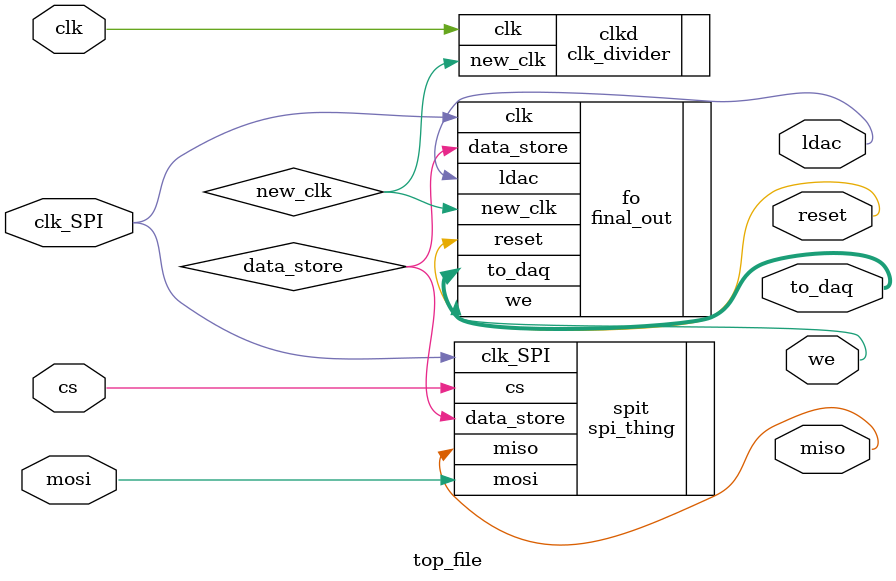
<source format=v>
`timescale 1ns / 1ps


module top_file(
    input clk,
    output we,
    output reset,
    output ldac,
    output [15:0] to_daq,
   // input activate,
    input mosi,
    output miso,
    input cs,
    input clk_SPI


    );
    final_out fo(
    .we(we),
    .reset(reset),
    .ldac(ldac),
    .to_daq(to_daq),
    .new_clk(new_clk),
    .clk(clk_SPI), //switch to slck
    //.activate(activate),
    .data_store(data_store)
    
    );
    clk_divider clkd(
    .clk(clk),
    .new_clk(new_clk)
    );
    
    spi_thing spit(
    .clk_SPI(clk_SPI),              // System clock
    .mosi(mosi),             // Master Out Slave In data line
    .miso(miso),        // Master In Slave Out data line
    .cs(cs),               // Chip Select, active low
    .data_store(data_store) 
    );
    
    
endmodule

</source>
